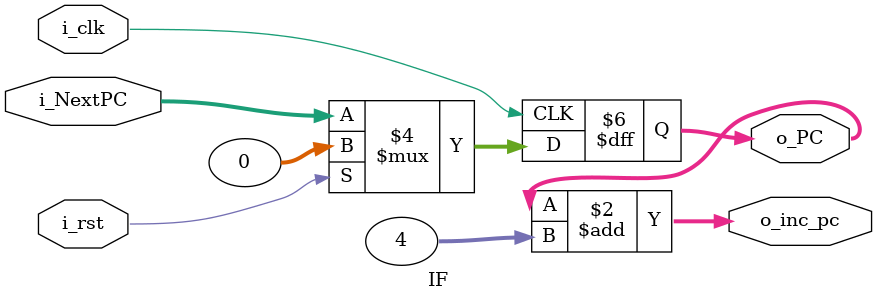
<source format=v>
`default_nettype none

module IF(
  input wire i_clk,           //clk to control PC update
  input wire i_rst,           //used to reset PC to starting value
  input wire [31:0] i_NextPC,      //next adress for PC either PC+4 or branch/jump PC

  output reg [31:0] o_PC,          //current PC will feed into instruction memory and other locations (schematic) 
  output wire[31:0] o_inc_pc //Output current PC + 4 
);

always @(posedge i_clk) begin
    if (i_rst)
      o_PC <= 32'h00000000;   //on reset gets assigned to adress 0
    else
      o_PC <= i_NextPC;      
 end

assign o_inc_pc = o_PC + 32'd4;

endmodule
`default_nettype wire

</source>
